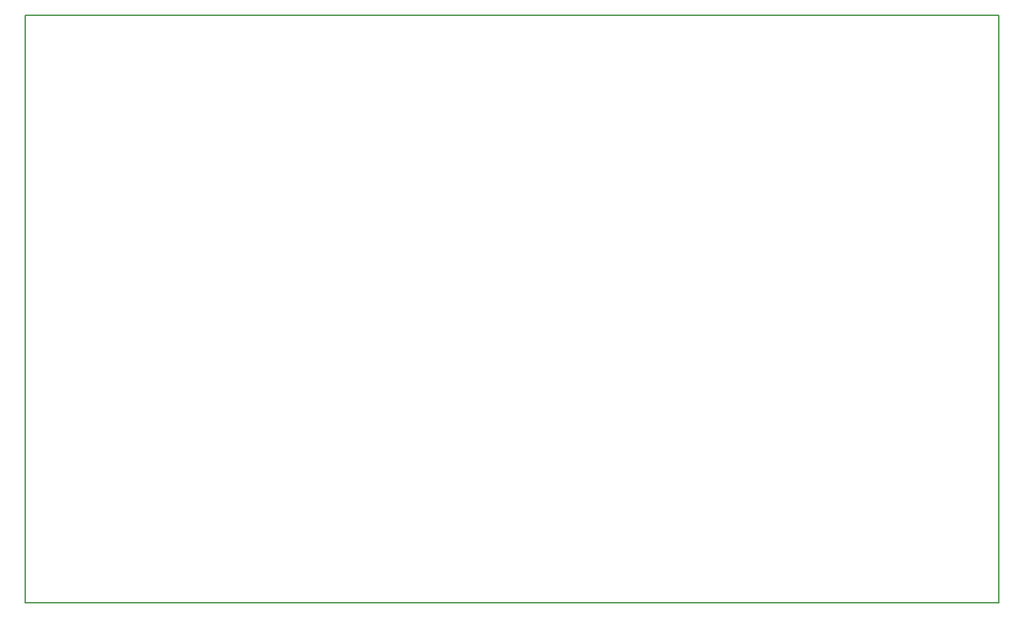
<source format=gbr>
G04 PROTEUS GERBER X2 FILE*
%TF.GenerationSoftware,Labcenter,Proteus,8.9-SP0-Build27865*%
%TF.CreationDate,2020-10-13T12:24:17+00:00*%
%TF.FileFunction,Other,Mechanical 4*%
%TF.FilePolarity,Positive*%
%TF.Part,Single*%
%TF.SameCoordinates,{eb038a7c-90c0-4424-89c4-d0a3f05e8ce7}*%
%FSLAX45Y45*%
%MOMM*%
G01*
%TA.AperFunction,Profile*%
%ADD23C,0.203200*%
%TD.AperFunction*%
D23*
X-7503160Y+607060D02*
X+4927600Y+607060D01*
X+4927600Y+8105140D01*
X-7503160Y+8105140D01*
X-7503160Y+607060D01*
M02*

</source>
